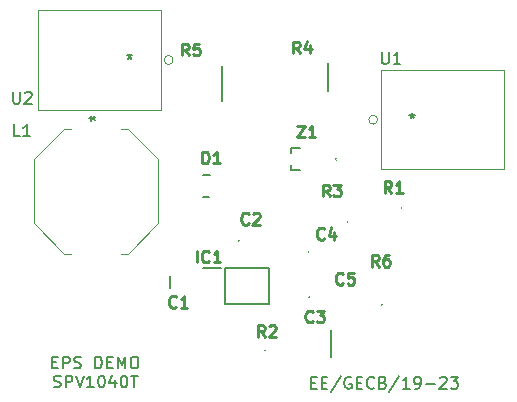
<source format=gbr>
%TF.GenerationSoftware,KiCad,Pcbnew,(6.0.10)*%
%TF.CreationDate,2023-02-10T15:19:28+05:30*%
%TF.ProjectId,MpptDemoBoard,4d707074-4465-46d6-9f42-6f6172642e6b,rev?*%
%TF.SameCoordinates,Original*%
%TF.FileFunction,Legend,Top*%
%TF.FilePolarity,Positive*%
%FSLAX46Y46*%
G04 Gerber Fmt 4.6, Leading zero omitted, Abs format (unit mm)*
G04 Created by KiCad (PCBNEW (6.0.10)) date 2023-02-10 15:19:28*
%MOMM*%
%LPD*%
G01*
G04 APERTURE LIST*
%ADD10C,0.150000*%
%ADD11C,0.250000*%
%ADD12C,0.200000*%
%ADD13C,0.120000*%
%ADD14C,0.100000*%
G04 APERTURE END LIST*
D10*
X129115323Y-130205171D02*
X129448657Y-130205171D01*
X129591514Y-130728980D02*
X129115323Y-130728980D01*
X129115323Y-129728980D01*
X129591514Y-129728980D01*
X130020085Y-130205171D02*
X130353419Y-130205171D01*
X130496276Y-130728980D02*
X130020085Y-130728980D01*
X130020085Y-129728980D01*
X130496276Y-129728980D01*
X131639133Y-129681361D02*
X130781990Y-130967076D01*
X132496276Y-129776600D02*
X132401038Y-129728980D01*
X132258180Y-129728980D01*
X132115323Y-129776600D01*
X132020085Y-129871838D01*
X131972466Y-129967076D01*
X131924847Y-130157552D01*
X131924847Y-130300409D01*
X131972466Y-130490885D01*
X132020085Y-130586123D01*
X132115323Y-130681361D01*
X132258180Y-130728980D01*
X132353419Y-130728980D01*
X132496276Y-130681361D01*
X132543895Y-130633742D01*
X132543895Y-130300409D01*
X132353419Y-130300409D01*
X132972466Y-130205171D02*
X133305800Y-130205171D01*
X133448657Y-130728980D02*
X132972466Y-130728980D01*
X132972466Y-129728980D01*
X133448657Y-129728980D01*
X134448657Y-130633742D02*
X134401038Y-130681361D01*
X134258180Y-130728980D01*
X134162942Y-130728980D01*
X134020085Y-130681361D01*
X133924847Y-130586123D01*
X133877228Y-130490885D01*
X133829609Y-130300409D01*
X133829609Y-130157552D01*
X133877228Y-129967076D01*
X133924847Y-129871838D01*
X134020085Y-129776600D01*
X134162942Y-129728980D01*
X134258180Y-129728980D01*
X134401038Y-129776600D01*
X134448657Y-129824219D01*
X135210561Y-130205171D02*
X135353419Y-130252790D01*
X135401038Y-130300409D01*
X135448657Y-130395647D01*
X135448657Y-130538504D01*
X135401038Y-130633742D01*
X135353419Y-130681361D01*
X135258180Y-130728980D01*
X134877228Y-130728980D01*
X134877228Y-129728980D01*
X135210561Y-129728980D01*
X135305800Y-129776600D01*
X135353419Y-129824219D01*
X135401038Y-129919457D01*
X135401038Y-130014695D01*
X135353419Y-130109933D01*
X135305800Y-130157552D01*
X135210561Y-130205171D01*
X134877228Y-130205171D01*
X136591514Y-129681361D02*
X135734371Y-130967076D01*
X137448657Y-130728980D02*
X136877228Y-130728980D01*
X137162942Y-130728980D02*
X137162942Y-129728980D01*
X137067704Y-129871838D01*
X136972466Y-129967076D01*
X136877228Y-130014695D01*
X137924847Y-130728980D02*
X138115323Y-130728980D01*
X138210561Y-130681361D01*
X138258180Y-130633742D01*
X138353419Y-130490885D01*
X138401038Y-130300409D01*
X138401038Y-129919457D01*
X138353419Y-129824219D01*
X138305800Y-129776600D01*
X138210561Y-129728980D01*
X138020085Y-129728980D01*
X137924847Y-129776600D01*
X137877228Y-129824219D01*
X137829609Y-129919457D01*
X137829609Y-130157552D01*
X137877228Y-130252790D01*
X137924847Y-130300409D01*
X138020085Y-130348028D01*
X138210561Y-130348028D01*
X138305800Y-130300409D01*
X138353419Y-130252790D01*
X138401038Y-130157552D01*
X138829609Y-130348028D02*
X139591514Y-130348028D01*
X140020085Y-129824219D02*
X140067704Y-129776600D01*
X140162942Y-129728980D01*
X140401038Y-129728980D01*
X140496276Y-129776600D01*
X140543895Y-129824219D01*
X140591514Y-129919457D01*
X140591514Y-130014695D01*
X140543895Y-130157552D01*
X139972466Y-130728980D01*
X140591514Y-130728980D01*
X140924847Y-129728980D02*
X141543895Y-129728980D01*
X141210561Y-130109933D01*
X141353419Y-130109933D01*
X141448657Y-130157552D01*
X141496276Y-130205171D01*
X141543895Y-130300409D01*
X141543895Y-130538504D01*
X141496276Y-130633742D01*
X141448657Y-130681361D01*
X141353419Y-130728980D01*
X141067704Y-130728980D01*
X140972466Y-130681361D01*
X140924847Y-130633742D01*
X107201152Y-128485771D02*
X107534485Y-128485771D01*
X107677342Y-129009580D02*
X107201152Y-129009580D01*
X107201152Y-128009580D01*
X107677342Y-128009580D01*
X108105914Y-129009580D02*
X108105914Y-128009580D01*
X108486866Y-128009580D01*
X108582104Y-128057200D01*
X108629723Y-128104819D01*
X108677342Y-128200057D01*
X108677342Y-128342914D01*
X108629723Y-128438152D01*
X108582104Y-128485771D01*
X108486866Y-128533390D01*
X108105914Y-128533390D01*
X109058295Y-128961961D02*
X109201152Y-129009580D01*
X109439247Y-129009580D01*
X109534485Y-128961961D01*
X109582104Y-128914342D01*
X109629723Y-128819104D01*
X109629723Y-128723866D01*
X109582104Y-128628628D01*
X109534485Y-128581009D01*
X109439247Y-128533390D01*
X109248771Y-128485771D01*
X109153533Y-128438152D01*
X109105914Y-128390533D01*
X109058295Y-128295295D01*
X109058295Y-128200057D01*
X109105914Y-128104819D01*
X109153533Y-128057200D01*
X109248771Y-128009580D01*
X109486866Y-128009580D01*
X109629723Y-128057200D01*
X110820200Y-129009580D02*
X110820200Y-128009580D01*
X111058295Y-128009580D01*
X111201152Y-128057200D01*
X111296390Y-128152438D01*
X111344009Y-128247676D01*
X111391628Y-128438152D01*
X111391628Y-128581009D01*
X111344009Y-128771485D01*
X111296390Y-128866723D01*
X111201152Y-128961961D01*
X111058295Y-129009580D01*
X110820200Y-129009580D01*
X111820200Y-128485771D02*
X112153533Y-128485771D01*
X112296390Y-129009580D02*
X111820200Y-129009580D01*
X111820200Y-128009580D01*
X112296390Y-128009580D01*
X112724961Y-129009580D02*
X112724961Y-128009580D01*
X113058295Y-128723866D01*
X113391628Y-128009580D01*
X113391628Y-129009580D01*
X114058295Y-128009580D02*
X114248771Y-128009580D01*
X114344009Y-128057200D01*
X114439247Y-128152438D01*
X114486866Y-128342914D01*
X114486866Y-128676247D01*
X114439247Y-128866723D01*
X114344009Y-128961961D01*
X114248771Y-129009580D01*
X114058295Y-129009580D01*
X113963057Y-128961961D01*
X113867819Y-128866723D01*
X113820200Y-128676247D01*
X113820200Y-128342914D01*
X113867819Y-128152438D01*
X113963057Y-128057200D01*
X114058295Y-128009580D01*
X107320200Y-130571961D02*
X107463057Y-130619580D01*
X107701152Y-130619580D01*
X107796390Y-130571961D01*
X107844009Y-130524342D01*
X107891628Y-130429104D01*
X107891628Y-130333866D01*
X107844009Y-130238628D01*
X107796390Y-130191009D01*
X107701152Y-130143390D01*
X107510676Y-130095771D01*
X107415438Y-130048152D01*
X107367819Y-130000533D01*
X107320200Y-129905295D01*
X107320200Y-129810057D01*
X107367819Y-129714819D01*
X107415438Y-129667200D01*
X107510676Y-129619580D01*
X107748771Y-129619580D01*
X107891628Y-129667200D01*
X108320200Y-130619580D02*
X108320200Y-129619580D01*
X108701152Y-129619580D01*
X108796390Y-129667200D01*
X108844009Y-129714819D01*
X108891628Y-129810057D01*
X108891628Y-129952914D01*
X108844009Y-130048152D01*
X108796390Y-130095771D01*
X108701152Y-130143390D01*
X108320200Y-130143390D01*
X109177342Y-129619580D02*
X109510676Y-130619580D01*
X109844009Y-129619580D01*
X110701152Y-130619580D02*
X110129723Y-130619580D01*
X110415438Y-130619580D02*
X110415438Y-129619580D01*
X110320200Y-129762438D01*
X110224961Y-129857676D01*
X110129723Y-129905295D01*
X111320200Y-129619580D02*
X111415438Y-129619580D01*
X111510676Y-129667200D01*
X111558295Y-129714819D01*
X111605914Y-129810057D01*
X111653533Y-130000533D01*
X111653533Y-130238628D01*
X111605914Y-130429104D01*
X111558295Y-130524342D01*
X111510676Y-130571961D01*
X111415438Y-130619580D01*
X111320200Y-130619580D01*
X111224961Y-130571961D01*
X111177342Y-130524342D01*
X111129723Y-130429104D01*
X111082104Y-130238628D01*
X111082104Y-130000533D01*
X111129723Y-129810057D01*
X111177342Y-129714819D01*
X111224961Y-129667200D01*
X111320200Y-129619580D01*
X112510676Y-129952914D02*
X112510676Y-130619580D01*
X112272580Y-129571961D02*
X112034485Y-130286247D01*
X112653533Y-130286247D01*
X113224961Y-129619580D02*
X113320200Y-129619580D01*
X113415438Y-129667200D01*
X113463057Y-129714819D01*
X113510676Y-129810057D01*
X113558295Y-130000533D01*
X113558295Y-130238628D01*
X113510676Y-130429104D01*
X113463057Y-130524342D01*
X113415438Y-130571961D01*
X113320200Y-130619580D01*
X113224961Y-130619580D01*
X113129723Y-130571961D01*
X113082104Y-130524342D01*
X113034485Y-130429104D01*
X112986866Y-130238628D01*
X112986866Y-130000533D01*
X113034485Y-129810057D01*
X113082104Y-129714819D01*
X113129723Y-129667200D01*
X113224961Y-129619580D01*
X113844009Y-129619580D02*
X114415438Y-129619580D01*
X114129723Y-130619580D02*
X114129723Y-129619580D01*
D11*
%TO.C,D1*%
X119886504Y-111653580D02*
X119886504Y-110653580D01*
X120124600Y-110653580D01*
X120267457Y-110701200D01*
X120362695Y-110796438D01*
X120410314Y-110891676D01*
X120457933Y-111082152D01*
X120457933Y-111225009D01*
X120410314Y-111415485D01*
X120362695Y-111510723D01*
X120267457Y-111605961D01*
X120124600Y-111653580D01*
X119886504Y-111653580D01*
X121410314Y-111653580D02*
X120838885Y-111653580D01*
X121124600Y-111653580D02*
X121124600Y-110653580D01*
X121029361Y-110796438D01*
X120934123Y-110891676D01*
X120838885Y-110939295D01*
D10*
%TO.C,L1*%
X104455933Y-109342180D02*
X103979742Y-109342180D01*
X103979742Y-108342180D01*
X105313076Y-109342180D02*
X104741647Y-109342180D01*
X105027361Y-109342180D02*
X105027361Y-108342180D01*
X104932123Y-108485038D01*
X104836885Y-108580276D01*
X104741647Y-108627895D01*
X110342630Y-107848600D02*
X110580726Y-107848600D01*
X110485488Y-108086695D02*
X110580726Y-107848600D01*
X110485488Y-107610504D01*
X110771202Y-107991457D02*
X110580726Y-107848600D01*
X110771202Y-107705742D01*
X110342630Y-107848600D02*
X110580726Y-107848600D01*
X110485488Y-108086695D02*
X110580726Y-107848600D01*
X110485488Y-107610504D01*
X110771202Y-107991457D02*
X110580726Y-107848600D01*
X110771202Y-107705742D01*
D11*
%TO.C,R4*%
X128154133Y-102331780D02*
X127820800Y-101855590D01*
X127582704Y-102331780D02*
X127582704Y-101331780D01*
X127963657Y-101331780D01*
X128058895Y-101379400D01*
X128106514Y-101427019D01*
X128154133Y-101522257D01*
X128154133Y-101665114D01*
X128106514Y-101760352D01*
X128058895Y-101807971D01*
X127963657Y-101855590D01*
X127582704Y-101855590D01*
X129011276Y-101665114D02*
X129011276Y-102331780D01*
X128773180Y-101284161D02*
X128535085Y-101998447D01*
X129154133Y-101998447D01*
%TO.C,Z1*%
X127892276Y-108443780D02*
X128558942Y-108443780D01*
X127892276Y-109443780D01*
X128558942Y-109443780D01*
X129463704Y-109443780D02*
X128892276Y-109443780D01*
X129177990Y-109443780D02*
X129177990Y-108443780D01*
X129082752Y-108586638D01*
X128987514Y-108681876D01*
X128892276Y-108729495D01*
%TO.C,R5*%
X118730733Y-102509580D02*
X118397400Y-102033390D01*
X118159304Y-102509580D02*
X118159304Y-101509580D01*
X118540257Y-101509580D01*
X118635495Y-101557200D01*
X118683114Y-101604819D01*
X118730733Y-101700057D01*
X118730733Y-101842914D01*
X118683114Y-101938152D01*
X118635495Y-101985771D01*
X118540257Y-102033390D01*
X118159304Y-102033390D01*
X119635495Y-101509580D02*
X119159304Y-101509580D01*
X119111685Y-101985771D01*
X119159304Y-101938152D01*
X119254542Y-101890533D01*
X119492638Y-101890533D01*
X119587876Y-101938152D01*
X119635495Y-101985771D01*
X119683114Y-102081009D01*
X119683114Y-102319104D01*
X119635495Y-102414342D01*
X119587876Y-102461961D01*
X119492638Y-102509580D01*
X119254542Y-102509580D01*
X119159304Y-102461961D01*
X119111685Y-102414342D01*
%TO.C,IC1*%
X119419809Y-120035580D02*
X119419809Y-119035580D01*
X120467428Y-119940342D02*
X120419809Y-119987961D01*
X120276952Y-120035580D01*
X120181714Y-120035580D01*
X120038857Y-119987961D01*
X119943619Y-119892723D01*
X119896000Y-119797485D01*
X119848380Y-119607009D01*
X119848380Y-119464152D01*
X119896000Y-119273676D01*
X119943619Y-119178438D01*
X120038857Y-119083200D01*
X120181714Y-119035580D01*
X120276952Y-119035580D01*
X120419809Y-119083200D01*
X120467428Y-119130819D01*
X121419809Y-120035580D02*
X120848380Y-120035580D01*
X121134095Y-120035580D02*
X121134095Y-119035580D01*
X121038857Y-119178438D01*
X120943619Y-119273676D01*
X120848380Y-119321295D01*
D10*
%TO.C,U1*%
X135102695Y-102220780D02*
X135102695Y-103030304D01*
X135150314Y-103125542D01*
X135197933Y-103173161D01*
X135293171Y-103220780D01*
X135483647Y-103220780D01*
X135578885Y-103173161D01*
X135626504Y-103125542D01*
X135674123Y-103030304D01*
X135674123Y-102220780D01*
X136674123Y-103220780D02*
X136102695Y-103220780D01*
X136388409Y-103220780D02*
X136388409Y-102220780D01*
X136293171Y-102363638D01*
X136197933Y-102458876D01*
X136102695Y-102506495D01*
X137668000Y-107402380D02*
X137668000Y-107640476D01*
X137429904Y-107545238D02*
X137668000Y-107640476D01*
X137906095Y-107545238D01*
X137525142Y-107830952D02*
X137668000Y-107640476D01*
X137810857Y-107830952D01*
D11*
%TO.C,C5*%
X131811733Y-121819942D02*
X131764114Y-121867561D01*
X131621257Y-121915180D01*
X131526019Y-121915180D01*
X131383161Y-121867561D01*
X131287923Y-121772323D01*
X131240304Y-121677085D01*
X131192685Y-121486609D01*
X131192685Y-121343752D01*
X131240304Y-121153276D01*
X131287923Y-121058038D01*
X131383161Y-120962800D01*
X131526019Y-120915180D01*
X131621257Y-120915180D01*
X131764114Y-120962800D01*
X131811733Y-121010419D01*
X132716495Y-120915180D02*
X132240304Y-120915180D01*
X132192685Y-121391371D01*
X132240304Y-121343752D01*
X132335542Y-121296133D01*
X132573638Y-121296133D01*
X132668876Y-121343752D01*
X132716495Y-121391371D01*
X132764114Y-121486609D01*
X132764114Y-121724704D01*
X132716495Y-121819942D01*
X132668876Y-121867561D01*
X132573638Y-121915180D01*
X132335542Y-121915180D01*
X132240304Y-121867561D01*
X132192685Y-121819942D01*
%TO.C,C4*%
X130211533Y-118009942D02*
X130163914Y-118057561D01*
X130021057Y-118105180D01*
X129925819Y-118105180D01*
X129782961Y-118057561D01*
X129687723Y-117962323D01*
X129640104Y-117867085D01*
X129592485Y-117676609D01*
X129592485Y-117533752D01*
X129640104Y-117343276D01*
X129687723Y-117248038D01*
X129782961Y-117152800D01*
X129925819Y-117105180D01*
X130021057Y-117105180D01*
X130163914Y-117152800D01*
X130211533Y-117200419D01*
X131068676Y-117438514D02*
X131068676Y-118105180D01*
X130830580Y-117057561D02*
X130592485Y-117771847D01*
X131211533Y-117771847D01*
%TO.C,R1*%
X135901133Y-114168180D02*
X135567800Y-113691990D01*
X135329704Y-114168180D02*
X135329704Y-113168180D01*
X135710657Y-113168180D01*
X135805895Y-113215800D01*
X135853514Y-113263419D01*
X135901133Y-113358657D01*
X135901133Y-113501514D01*
X135853514Y-113596752D01*
X135805895Y-113644371D01*
X135710657Y-113691990D01*
X135329704Y-113691990D01*
X136853514Y-114168180D02*
X136282085Y-114168180D01*
X136567800Y-114168180D02*
X136567800Y-113168180D01*
X136472561Y-113311038D01*
X136377323Y-113406276D01*
X136282085Y-113453895D01*
%TO.C,C3*%
X129246333Y-125020342D02*
X129198714Y-125067961D01*
X129055857Y-125115580D01*
X128960619Y-125115580D01*
X128817761Y-125067961D01*
X128722523Y-124972723D01*
X128674904Y-124877485D01*
X128627285Y-124687009D01*
X128627285Y-124544152D01*
X128674904Y-124353676D01*
X128722523Y-124258438D01*
X128817761Y-124163200D01*
X128960619Y-124115580D01*
X129055857Y-124115580D01*
X129198714Y-124163200D01*
X129246333Y-124210819D01*
X129579666Y-124115580D02*
X130198714Y-124115580D01*
X129865380Y-124496533D01*
X130008238Y-124496533D01*
X130103476Y-124544152D01*
X130151095Y-124591771D01*
X130198714Y-124687009D01*
X130198714Y-124925104D01*
X130151095Y-125020342D01*
X130103476Y-125067961D01*
X130008238Y-125115580D01*
X129722523Y-125115580D01*
X129627285Y-125067961D01*
X129579666Y-125020342D01*
%TO.C,R2*%
X125182333Y-126360180D02*
X124849000Y-125883990D01*
X124610904Y-126360180D02*
X124610904Y-125360180D01*
X124991857Y-125360180D01*
X125087095Y-125407800D01*
X125134714Y-125455419D01*
X125182333Y-125550657D01*
X125182333Y-125693514D01*
X125134714Y-125788752D01*
X125087095Y-125836371D01*
X124991857Y-125883990D01*
X124610904Y-125883990D01*
X125563285Y-125455419D02*
X125610904Y-125407800D01*
X125706142Y-125360180D01*
X125944238Y-125360180D01*
X126039476Y-125407800D01*
X126087095Y-125455419D01*
X126134714Y-125550657D01*
X126134714Y-125645895D01*
X126087095Y-125788752D01*
X125515666Y-126360180D01*
X126134714Y-126360180D01*
D10*
%TO.C,U2*%
X103886095Y-105598980D02*
X103886095Y-106408504D01*
X103933714Y-106503742D01*
X103981333Y-106551361D01*
X104076571Y-106598980D01*
X104267047Y-106598980D01*
X104362285Y-106551361D01*
X104409904Y-106503742D01*
X104457523Y-106408504D01*
X104457523Y-105598980D01*
X104886095Y-105694219D02*
X104933714Y-105646600D01*
X105028952Y-105598980D01*
X105267047Y-105598980D01*
X105362285Y-105646600D01*
X105409904Y-105694219D01*
X105457523Y-105789457D01*
X105457523Y-105884695D01*
X105409904Y-106027552D01*
X104838476Y-106598980D01*
X105457523Y-106598980D01*
X113741200Y-102347780D02*
X113741200Y-102585876D01*
X113503104Y-102490638D02*
X113741200Y-102585876D01*
X113979295Y-102490638D01*
X113598342Y-102776352D02*
X113741200Y-102585876D01*
X113884057Y-102776352D01*
D11*
%TO.C,R6*%
X134834333Y-120391180D02*
X134501000Y-119914990D01*
X134262904Y-120391180D02*
X134262904Y-119391180D01*
X134643857Y-119391180D01*
X134739095Y-119438800D01*
X134786714Y-119486419D01*
X134834333Y-119581657D01*
X134834333Y-119724514D01*
X134786714Y-119819752D01*
X134739095Y-119867371D01*
X134643857Y-119914990D01*
X134262904Y-119914990D01*
X135691476Y-119391180D02*
X135501000Y-119391180D01*
X135405761Y-119438800D01*
X135358142Y-119486419D01*
X135262904Y-119629276D01*
X135215285Y-119819752D01*
X135215285Y-120200704D01*
X135262904Y-120295942D01*
X135310523Y-120343561D01*
X135405761Y-120391180D01*
X135596238Y-120391180D01*
X135691476Y-120343561D01*
X135739095Y-120295942D01*
X135786714Y-120200704D01*
X135786714Y-119962609D01*
X135739095Y-119867371D01*
X135691476Y-119819752D01*
X135596238Y-119772133D01*
X135405761Y-119772133D01*
X135310523Y-119819752D01*
X135262904Y-119867371D01*
X135215285Y-119962609D01*
%TO.C,R3*%
X130668733Y-114447580D02*
X130335400Y-113971390D01*
X130097304Y-114447580D02*
X130097304Y-113447580D01*
X130478257Y-113447580D01*
X130573495Y-113495200D01*
X130621114Y-113542819D01*
X130668733Y-113638057D01*
X130668733Y-113780914D01*
X130621114Y-113876152D01*
X130573495Y-113923771D01*
X130478257Y-113971390D01*
X130097304Y-113971390D01*
X131002066Y-113447580D02*
X131621114Y-113447580D01*
X131287780Y-113828533D01*
X131430638Y-113828533D01*
X131525876Y-113876152D01*
X131573495Y-113923771D01*
X131621114Y-114019009D01*
X131621114Y-114257104D01*
X131573495Y-114352342D01*
X131525876Y-114399961D01*
X131430638Y-114447580D01*
X131144923Y-114447580D01*
X131049685Y-114399961D01*
X131002066Y-114352342D01*
%TO.C,C1*%
X117689333Y-123775742D02*
X117641714Y-123823361D01*
X117498857Y-123870980D01*
X117403619Y-123870980D01*
X117260761Y-123823361D01*
X117165523Y-123728123D01*
X117117904Y-123632885D01*
X117070285Y-123442409D01*
X117070285Y-123299552D01*
X117117904Y-123109076D01*
X117165523Y-123013838D01*
X117260761Y-122918600D01*
X117403619Y-122870980D01*
X117498857Y-122870980D01*
X117641714Y-122918600D01*
X117689333Y-122966219D01*
X118641714Y-123870980D02*
X118070285Y-123870980D01*
X118356000Y-123870980D02*
X118356000Y-122870980D01*
X118260761Y-123013838D01*
X118165523Y-123109076D01*
X118070285Y-123156695D01*
%TO.C,C2*%
X123810733Y-116739942D02*
X123763114Y-116787561D01*
X123620257Y-116835180D01*
X123525019Y-116835180D01*
X123382161Y-116787561D01*
X123286923Y-116692323D01*
X123239304Y-116597085D01*
X123191685Y-116406609D01*
X123191685Y-116263752D01*
X123239304Y-116073276D01*
X123286923Y-115978038D01*
X123382161Y-115882800D01*
X123525019Y-115835180D01*
X123620257Y-115835180D01*
X123763114Y-115882800D01*
X123810733Y-115930419D01*
X124191685Y-115930419D02*
X124239304Y-115882800D01*
X124334542Y-115835180D01*
X124572638Y-115835180D01*
X124667876Y-115882800D01*
X124715495Y-115930419D01*
X124763114Y-116025657D01*
X124763114Y-116120895D01*
X124715495Y-116263752D01*
X124144066Y-116835180D01*
X124763114Y-116835180D01*
D12*
%TO.C,D1*%
X120488200Y-114538800D02*
X119988200Y-114538800D01*
X120588200Y-112638800D02*
X119988200Y-112638800D01*
D13*
%TO.C,L1*%
X105607050Y-111315700D02*
X105607050Y-116725900D01*
X116173450Y-111315700D02*
X113595350Y-108737600D01*
X113595350Y-119304000D02*
X116173450Y-116725900D01*
X108185150Y-108737600D02*
X105607050Y-111315700D01*
X116173450Y-116725900D02*
X116173450Y-111315700D01*
X105607050Y-116725900D02*
X108185150Y-119304000D01*
X108754110Y-108737600D02*
X108185150Y-108737600D01*
X113026390Y-119304000D02*
X113595350Y-119304000D01*
X108185150Y-119304000D02*
X108754110Y-119304000D01*
X113595350Y-108737600D02*
X113026390Y-108737600D01*
D12*
%TO.C,R4*%
X130581400Y-103147800D02*
X130581400Y-105487800D01*
%TO.C,Z1*%
X127415400Y-110327400D02*
X127415400Y-110777400D01*
X127415400Y-112227400D02*
X128205400Y-112227400D01*
X128205400Y-110327400D02*
X127415400Y-110327400D01*
X127415400Y-111777400D02*
X127415400Y-112227400D01*
D14*
X131205400Y-111227400D02*
X131205400Y-111227400D01*
X131205400Y-111327400D02*
X131205400Y-111327400D01*
X131205400Y-111227400D02*
G75*
G03*
X131205400Y-111327400I0J-50000D01*
G01*
X131205400Y-111327400D02*
G75*
G03*
X131205400Y-111227400I0J50000D01*
G01*
D12*
%TO.C,R5*%
X121589800Y-103426600D02*
X121589800Y-106326600D01*
%TO.C,IC1*%
X121822600Y-123547000D02*
X121822600Y-120547000D01*
X119997600Y-120497000D02*
X121472600Y-120497000D01*
X125522600Y-120547000D02*
X125522600Y-123547000D01*
X125522600Y-123547000D02*
X121822600Y-123547000D01*
X121822600Y-120547000D02*
X125522600Y-120547000D01*
D13*
%TO.C,U1*%
X145415000Y-112166400D02*
X145415000Y-103733600D01*
X135001000Y-112166400D02*
X145415000Y-112166400D01*
X135001000Y-103733600D02*
X135001000Y-112166400D01*
X145415000Y-103733600D02*
X135001000Y-103733600D01*
X134747000Y-107950000D02*
G75*
G03*
X134747000Y-107950000I-381000J0D01*
G01*
D12*
%TO.C,C5*%
X128937400Y-122961400D02*
G75*
G03*
X128937400Y-122961400I-50000J0D01*
G01*
%TO.C,C4*%
X128912000Y-119151400D02*
G75*
G03*
X128912000Y-119151400I-50000J0D01*
G01*
%TO.C,R1*%
X136788600Y-115443000D02*
G75*
G03*
X136788600Y-115443000I-50000J0D01*
G01*
%TO.C,C3*%
X130759200Y-125748400D02*
X130759200Y-128048400D01*
%TO.C,R2*%
X125206200Y-127457200D02*
G75*
G03*
X125206200Y-127457200I-50000J0D01*
G01*
D13*
%TO.C,U2*%
X105994200Y-107111800D02*
X116408200Y-107111800D01*
X116408200Y-98679000D02*
X105994200Y-98679000D01*
X105994200Y-98679000D02*
X105994200Y-107111800D01*
X116408200Y-107111800D02*
X116408200Y-98679000D01*
X117424200Y-102895400D02*
G75*
G03*
X117424200Y-102895400I-381000J0D01*
G01*
D12*
%TO.C,R6*%
X135127200Y-123619200D02*
G75*
G03*
X135127200Y-123619200I-50000J0D01*
G01*
%TO.C,R3*%
X132206200Y-116622400D02*
G75*
G03*
X132206200Y-116622400I-50000J0D01*
G01*
%TO.C,C1*%
X117170200Y-122216400D02*
X117170200Y-121166400D01*
%TO.C,C2*%
X123004400Y-118186200D02*
G75*
G03*
X123004400Y-118186200I-50000J0D01*
G01*
%TD*%
M02*

</source>
